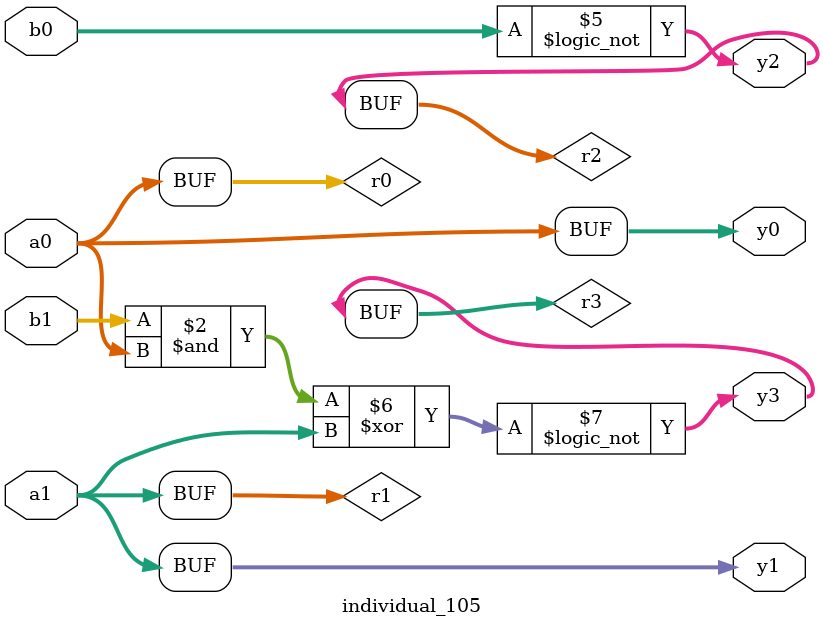
<source format=sv>
module individual_105(input logic [15:0] a1, input logic [15:0] a0, input logic [15:0] b1, input logic [15:0] b0, output logic [15:0] y3, output logic [15:0] y2, output logic [15:0] y1, output logic [15:0] y0);
logic [15:0] r0, r1, r2, r3; 
 always@(*) begin 
	 r0 = a0; r1 = a1; r2 = b0; r3 = b1; 
 	 r3  &=  r0 ;
 	 r2  ^=  r0 ;
 	 r2  &=  a0 ;
 	 r2 = ! b0 ;
 	 r3  ^=  r1 ;
 	 r3 = ! r3 ;
 	 y3 = r3; y2 = r2; y1 = r1; y0 = r0; 
end
endmodule
</source>
